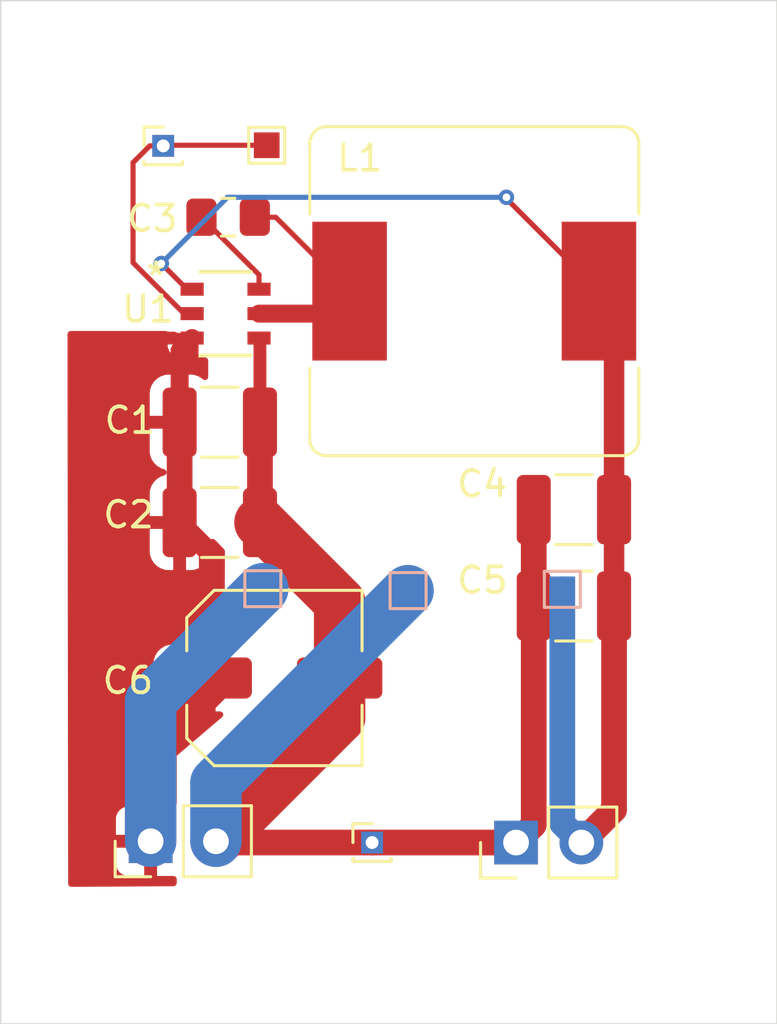
<source format=kicad_pcb>
(kicad_pcb (version 20241229) (generator "pcbnew") (generator_version "9.0")
  (layers (0 "F.Cu" signal) (2 "B.Cu" signal) (13 "F.Paste" user) (15 "B.Paste" user) (5 "F.SilkS" user "F.Silkscreen") (7 "B.SilkS" user "B.Silkscreen") (1 "F.Mask" user) (3 "B.Mask" user) (25 "Edge.Cuts" user))
  (net 0 "")
  (net 1 "VCC")
  (net 2 "GND")
  (net 3 "Net-(U1-SW)")
  (net 4 "Net-(U1-BST)")
  (net 5 "Net-(J2-Pin_2)")
  (net 6 "Net-(J4-Pin_1)")
  (footprint "Capacitor_SMD:C_Elec_6.3x7.7" (layer "F.Cu") (at 170.55 101.55)
    (property "Reference" "C6" (at -5.7 0.1 0) (layer "F.SilkS"))
    (property "Value" "100uf")
    (fp_line (start -3.41 -2.345563) (end -3.41 -1.06) (stroke (width 0.12)) (layer "F.SilkS"))
    (fp_line (start -3.41 -2.345563) (end -2.345563 -3.41) (stroke (width 0.12)) (layer "F.SilkS"))
    (fp_line (start -3.41 2.345563) (end -3.41 1.06) (stroke (width 0.12)) (layer "F.SilkS"))
    (fp_line (start -3.41 2.345563) (end -2.345563 3.41) (stroke (width 0.12)) (layer "F.SilkS"))
    (fp_line (start -2.345563 -3.41) (end 3.41 -3.41) (stroke (width 0.12)) (layer "F.SilkS"))
    (fp_line (start -2.345563 3.41) (end 3.41 3.41) (stroke (width 0.12)) (layer "F.SilkS"))
    (fp_line (start 3.41 -3.41) (end 3.41 -1.06) (stroke (width 0.12)) (layer "F.SilkS"))
    (fp_line (start 3.41 3.41) (end 3.41 1.06) (stroke (width 0.12)) (layer "F.SilkS"))
    (pad "1" smd roundrect (at -2.5375 0) (size 3.325 1.6) (layers "F.Cu" "F.Mask" "F.Paste") (roundrect_rratio 0.15625) (net 1 "VCC"))
    (pad "2" smd roundrect (at 2.5375 0) (size 3.325 1.6) (layers "F.Cu" "F.Mask" "F.Paste") (roundrect_rratio 0.15625) (net 2 "GND"))
  )
  (footprint "Capacitor_SMD:C_1210_3225Metric_Pad1.33x2.70mm_HandSolder" (layer "F.Cu") (at 168.425 95.5)
    (property "Reference" "C2" (at -3.55 -0.3 0) (layer "F.SilkS"))
    (property "Value" "10uf")
    (fp_line (start -0.711252 -1.36) (end 0.711252 -1.36) (stroke (width 0.12)) (layer "F.SilkS"))
    (fp_line (start -0.711252 1.36) (end 0.711252 1.36) (stroke (width 0.12)) (layer "F.SilkS"))
    (pad "1" smd roundrect (at -1.5625 0) (size 1.325 2.7) (layers "F.Cu" "F.Mask" "F.Paste") (roundrect_rratio 0.188679) (net 1 "VCC"))
    (pad "2" smd roundrect (at 1.5625 0) (size 1.325 2.7) (layers "F.Cu" "F.Mask" "F.Paste") (roundrect_rratio 0.188679) (net 2 "GND"))
  )
  (footprint "Inductor_SMD:L_Bourns_SRR1260" (layer "F.Cu") (at 178.325 86.5)
    (property "Reference" "L1" (at -4.45 -5.175 0) (layer "F.SilkS"))
    (property "Value" "4.7uH")
    (fp_line (start -6.4 -5.75) (end -6.4 -3) (stroke (width 0.12)) (layer "F.SilkS"))
    (fp_line (start -6.4 3) (end -6.4 5.75) (stroke (width 0.12)) (layer "F.SilkS"))
    (fp_line (start -5.75 -6.4) (end 5.75 -6.4) (stroke (width 0.12)) (layer "F.SilkS"))
    (fp_line (start 5.75 6.4) (end -5.75 6.4) (stroke (width 0.12)) (layer "F.SilkS"))
    (fp_line (start 6.4 -5.75) (end 6.4 -3) (stroke (width 0.12)) (layer "F.SilkS"))
    (fp_line (start 6.4 3) (end 6.4 5.75) (stroke (width 0.12)) (layer "F.SilkS"))
    (fp_arc (start -6.4 -5.75) (mid -6.209619 -6.209619) (end -5.75 -6.4) (stroke (width 0.12)) (layer "F.SilkS"))
    (fp_arc (start -5.75 6.4) (mid -6.209619 6.209619) (end -6.4 5.75) (stroke (width 0.12)) (layer "F.SilkS"))
    (fp_arc (start 5.75 -6.4) (mid 6.209619 -6.209619) (end 6.4 -5.75) (stroke (width 0.12)) (layer "F.SilkS"))
    (fp_arc (start 6.4 5.75) (mid 6.209619 6.209619) (end 5.75 6.4) (stroke (width 0.12)) (layer "F.SilkS"))
    (pad "1" smd rect (at -4.85 0) (size 2.9 5.4) (layers "F.Cu" "F.Mask" "F.Paste") (net 3 "Net-(U1-SW)"))
    (pad "2" smd rect (at 4.85 0) (size 2.9 5.4) (layers "F.Cu" "F.Mask" "F.Paste") (net 5 "Net-(J2-Pin_2)"))
  )
  (footprint "Capacitor_SMD:C_1210_3225Metric_Pad1.33x2.70mm_HandSolder" (layer "F.Cu") (at 182.2 98.75 180)
    (property "Reference" "C5" (at 3.5625 1 180) (layer "F.SilkS"))
    (property "Value" "22uf")
    (fp_line (start -0.711252 1.36) (end 0.711252 1.36) (stroke (width 0.12)) (layer "F.SilkS"))
    (fp_line (start -0.711252 -1.36) (end 0.711252 -1.36) (stroke (width 0.12)) (layer "F.SilkS"))
    (pad "1" smd roundrect (at -1.5625 0 180) (size 1.325 2.7) (layers "F.Cu" "F.Mask" "F.Paste") (roundrect_rratio 0.188679) (net 5 "Net-(J2-Pin_2)"))
    (pad "2" smd roundrect (at 1.5625 0 180) (size 1.325 2.7) (layers "F.Cu" "F.Mask" "F.Paste") (roundrect_rratio 0.188679) (net 2 "GND"))
  )
  (footprint "TestPoint:TestPoint_Pad_1.0x1.0mm" (layer "F.Cu") (at 170.25 80.825 90)
    (property "Reference" "TP2" (hide yes))
    (property "Value" "EN")
    (fp_line (start 0.7 -0.7) (end 0.7 0.7) (stroke (width 0.12)) (layer "F.SilkS"))
    (fp_line (start -0.7 -0.7) (end 0.7 -0.7) (stroke (width 0.12)) (layer "F.SilkS"))
    (fp_line (start 0.7 0.7) (end -0.7 0.7) (stroke (width 0.12)) (layer "F.SilkS"))
    (fp_line (start -0.7 0.7) (end -0.7 -0.7) (stroke (width 0.12)) (layer "F.SilkS"))
    (pad "1" smd rect (at 0 0 90) (size 1 1) (layers "F.Cu" "F.Mask") (net 6 "Net-(J4-Pin_1)"))
  )
  (footprint "Connector_PinHeader_2.54mm:PinHeader_1x02_P2.54mm_Vertical" (layer "F.Cu") (at 165.735 107.9 90)
    (property "Reference" "J1" (hide yes))
    (property "Value" "VIN")
    (fp_line (start -1.38 -1.38) (end 0 -1.38) (stroke (width 0.12)) (layer "F.SilkS"))
    (fp_line (start -1.38 0) (end -1.38 -1.38) (stroke (width 0.12)) (layer "F.SilkS"))
    (fp_line (start 1.38 1.27) (end 1.38 3.92) (stroke (width 0.12)) (layer "F.SilkS"))
    (fp_line (start -1.38 1.27) (end 1.38 1.27) (stroke (width 0.12)) (layer "F.SilkS"))
    (fp_line (start -1.38 1.27) (end -1.38 3.92) (stroke (width 0.12)) (layer "F.SilkS"))
    (fp_line (start -1.38 3.92) (end 1.38 3.92) (stroke (width 0.12)) (layer "F.SilkS"))
    (pad "1" thru_hole rect (at 0 0 90) (size 1.7 1.7) (drill 1) (layers "*.Cu" "*.Mask") (net 1 "VCC"))
    (pad "2" thru_hole circle (at 0 2.54 90) (size 1.7 1.7) (drill 1) (layers "*.Cu" "*.Mask") (net 2 "GND"))
  )
  (footprint "Capacitor_SMD:C_1210_3225Metric_Pad1.33x2.70mm_HandSolder" (layer "F.Cu") (at 168.425 91.6)
    (property "Reference" "C1" (at -3.5 -0.075 0) (layer "F.SilkS"))
    (property "Value" "10uf")
    (fp_line (start -0.711252 -1.36) (end 0.711252 -1.36) (stroke (width 0.12)) (layer "F.SilkS"))
    (fp_line (start -0.711252 1.36) (end 0.711252 1.36) (stroke (width 0.12)) (layer "F.SilkS"))
    (pad "1" smd roundrect (at -1.5625 0) (size 1.325 2.7) (layers "F.Cu" "F.Mask" "F.Paste") (roundrect_rratio 0.188679) (net 1 "VCC"))
    (pad "2" smd roundrect (at 1.5625 0) (size 1.325 2.7) (layers "F.Cu" "F.Mask" "F.Paste") (roundrect_rratio 0.188679) (net 2 "GND"))
  )
  (footprint "Capacitor_SMD:C_0805_2012Metric_Pad1.18x1.45mm_HandSolder" (layer "F.Cu") (at 168.75 83.625)
    (property "Reference" "C3" (at -2.95 0.05 0) (layer "F.SilkS"))
    (property "Value" "100nf")
    (fp_line (start -0.261252 -0.735) (end 0.261252 -0.735) (stroke (width 0.12)) (layer "F.SilkS"))
    (fp_line (start -0.261252 0.735) (end 0.261252 0.735) (stroke (width 0.12)) (layer "F.SilkS"))
    (pad "1" smd roundrect (at -1.0375 0) (size 1.175 1.45) (layers "F.Cu" "F.Mask" "F.Paste") (roundrect_rratio 0.212766) (net 4 "Net-(U1-BST)"))
    (pad "2" smd roundrect (at 1.0375 0) (size 1.175 1.45) (layers "F.Cu" "F.Mask" "F.Paste") (roundrect_rratio 0.212766) (net 3 "Net-(U1-SW)"))
  )
  (footprint "Connector_PinHeader_1.00mm:PinHeader_1x01_P1.00mm_Vertical" (layer "F.Cu") (at 174.35 107.95)
    (property "Reference" "J7" (hide yes))
    (property "Value" "GND")
    (fp_line (start -0.745 -0.735) (end 0 -0.735) (stroke (width 0.12)) (layer "F.SilkS"))
    (fp_line (start -0.745 0) (end -0.745 -0.735) (stroke (width 0.12)) (layer "F.SilkS"))
    (fp_line (start -0.745 0.735) (end -0.745 0.61) (stroke (width 0.12)) (layer "F.SilkS"))
    (fp_line (start -0.745 0.735) (end -0.685565 0.735) (stroke (width 0.12)) (layer "F.SilkS"))
    (fp_line (start -0.745 0.735) (end 0.745 0.735) (stroke (width 0.12)) (layer "F.SilkS"))
    (fp_line (start 0.685565 0.735) (end 0.745 0.735) (stroke (width 0.12)) (layer "F.SilkS"))
    (fp_line (start 0.745 0.735) (end 0.745 0.61) (stroke (width 0.12)) (layer "F.SilkS"))
    (pad "1" thru_hole rect (at 0 0) (size 0.85 0.85) (drill 0.5) (layers "*.Cu" "*.Mask") (net 2 "GND"))
  )
  (footprint "Connector_PinHeader_1.00mm:PinHeader_1x01_P1.00mm_Vertical" (layer "F.Cu") (at 166.225 80.85)
    (property "Reference" "J4" (hide yes))
    (property "Value" "EN" (hide yes))
    (fp_line (start -0.745 -0.735) (end 0 -0.735) (stroke (width 0.12)) (layer "F.SilkS"))
    (fp_line (start -0.745 0) (end -0.745 -0.735) (stroke (width 0.12)) (layer "F.SilkS"))
    (fp_line (start -0.745 0.735) (end -0.745 0.61) (stroke (width 0.12)) (layer "F.SilkS"))
    (fp_line (start -0.745 0.735) (end -0.685565 0.735) (stroke (width 0.12)) (layer "F.SilkS"))
    (fp_line (start -0.745 0.735) (end 0.745 0.735) (stroke (width 0.12)) (layer "F.SilkS"))
    (fp_line (start 0.685565 0.735) (end 0.745 0.735) (stroke (width 0.12)) (layer "F.SilkS"))
    (fp_line (start 0.745 0.735) (end 0.745 0.61) (stroke (width 0.12)) (layer "F.SilkS"))
    (pad "1" thru_hole rect (at 0 0) (size 0.85 0.85) (drill 0.5) (layers "*.Cu" "*.Mask") (net 6 "Net-(J4-Pin_1)"))
  )
  (footprint "AP63203.footprints:AP63203WU-7_DIO" (layer "F.Cu") (at 168.65 87.375)
    (property "Reference" "U1" (at -3.025 -0.175 0) (layer "F.SilkS"))
    (property "Value" "AP63203WU")
    (fp_line (start -0.9779 1.6256) (end 0.9779 1.6256) (stroke (width 0.1524)) (layer "F.SilkS"))
    (fp_line (start 0.9779 -1.6256) (end -0.9779 -1.6256) (stroke (width 0.1524)) (layer "F.SilkS"))
    (fp_text user "*" (at -2.7 -1.45 0) (layer "F.SilkS"))
    (pad "1" smd rect (at -1.30175 -0.950001) (size 0.9017 0.508) (layers "F.Cu" "F.Mask" "F.Paste") (net 5 "Net-(J2-Pin_2)"))
    (pad "2" smd rect (at -1.30175 0) (size 0.9017 0.508) (layers "F.Cu" "F.Mask" "F.Paste") (net 6 "Net-(J4-Pin_1)"))
    (pad "3" smd rect (at -1.30175 0.950001) (size 0.9017 0.508) (layers "F.Cu" "F.Mask" "F.Paste") (net 1 "VCC"))
    (pad "4" smd rect (at 1.30175 0.950001) (size 0.9017 0.508) (layers "F.Cu" "F.Mask" "F.Paste") (net 2 "GND"))
    (pad "5" smd rect (at 1.30175 0) (size 0.9017 0.508) (layers "F.Cu" "F.Mask" "F.Paste") (net 3 "Net-(U1-SW)"))
    (pad "6" smd rect (at 1.30175 -0.950001) (size 0.9017 0.508) (layers "F.Cu" "F.Mask" "F.Paste") (net 4 "Net-(U1-BST)"))
  )
  (footprint "Capacitor_SMD:C_1210_3225Metric_Pad1.33x2.70mm_HandSolder" (layer "F.Cu") (at 182.2 95 180)
    (property "Reference" "C4" (at 3.5625 1 180) (layer "F.SilkS"))
    (property "Value" "22uf")
    (fp_line (start -0.711252 1.36) (end 0.711252 1.36) (stroke (width 0.12)) (layer "F.SilkS"))
    (fp_line (start -0.711252 -1.36) (end 0.711252 -1.36) (stroke (width 0.12)) (layer "F.SilkS"))
    (pad "1" smd roundrect (at -1.5625 0 180) (size 1.325 2.7) (layers "F.Cu" "F.Mask" "F.Paste") (roundrect_rratio 0.188679) (net 5 "Net-(J2-Pin_2)"))
    (pad "2" smd roundrect (at 1.5625 0 180) (size 1.325 2.7) (layers "F.Cu" "F.Mask" "F.Paste") (roundrect_rratio 0.188679) (net 2 "GND"))
  )
  (footprint "Connector_PinHeader_2.54mm:PinHeader_1x02_P2.54mm_Vertical" (layer "F.Cu") (at 179.95 107.95 90)
    (property "Reference" "J2" (hide yes))
    (property "Value" "VOUT")
    (fp_line (start -1.38 -1.38) (end 0 -1.38) (stroke (width 0.12)) (layer "F.SilkS"))
    (fp_line (start -1.38 0) (end -1.38 -1.38) (stroke (width 0.12)) (layer "F.SilkS"))
    (fp_line (start 1.38 1.27) (end 1.38 3.92) (stroke (width 0.12)) (layer "F.SilkS"))
    (fp_line (start -1.38 1.27) (end 1.38 1.27) (stroke (width 0.12)) (layer "F.SilkS"))
    (fp_line (start -1.38 1.27) (end -1.38 3.92) (stroke (width 0.12)) (layer "F.SilkS"))
    (fp_line (start -1.38 3.92) (end 1.38 3.92) (stroke (width 0.12)) (layer "F.SilkS"))
    (pad "1" thru_hole rect (at 0 0 90) (size 1.7 1.7) (drill 1) (layers "*.Cu" "*.Mask") (net 2 "GND"))
    (pad "2" thru_hole circle (at 0 2.54 90) (size 1.7 1.7) (drill 1) (layers "*.Cu" "*.Mask") (net 5 "Net-(J2-Pin_2)"))
  )
  (footprint "TestPoint:TestPoint_Pad_1.0x1.0mm" (layer "B.Cu") (at 170.1 98.075 180)
    (property "Reference" "TP1" (hide yes))
    (property "Value" "VIN+")
    (fp_line (start 0.7 0.7) (end 0.7 -0.7) (stroke (width 0.12)) (layer "B.SilkS"))
    (fp_line (start 0.7 -0.7) (end -0.7 -0.7) (stroke (width 0.12)) (layer "B.SilkS"))
    (fp_line (start -0.7 0.7) (end 0.7 0.7) (stroke (width 0.12)) (layer "B.SilkS"))
    (fp_line (start -0.7 -0.7) (end -0.7 0.7) (stroke (width 0.12)) (layer "B.SilkS"))
    (pad "1" smd rect (at 0 0 180) (size 1 1) (layers "B.Cu" "B.Mask") (net 1 "VCC"))
  )
  (footprint "TestPoint:TestPoint_Pad_1.0x1.0mm" (layer "B.Cu") (at 175.75 98.15 180)
    (property "Reference" "TP4" (hide yes))
    (property "Value" "GND")
    (fp_line (start 0.7 0.7) (end 0.7 -0.7) (stroke (width 0.12)) (layer "B.SilkS"))
    (fp_line (start 0.7 -0.7) (end -0.7 -0.7) (stroke (width 0.12)) (layer "B.SilkS"))
    (fp_line (start -0.7 0.7) (end 0.7 0.7) (stroke (width 0.12)) (layer "B.SilkS"))
    (fp_line (start -0.7 -0.7) (end -0.7 0.7) (stroke (width 0.12)) (layer "B.SilkS"))
    (pad "1" smd rect (at 0 0 180) (size 1 1) (layers "B.Cu" "B.Mask") (net 2 "GND"))
  )
  (footprint "TestPoint:TestPoint_Pad_1.0x1.0mm" (layer "B.Cu") (at 181.75 98.1 180)
    (property "Reference" "TP3" (hide yes))
    (property "Value" "VOUT+")
    (fp_line (start 0.7 0.7) (end 0.7 -0.7) (stroke (width 0.12)) (layer "B.SilkS"))
    (fp_line (start 0.7 -0.7) (end -0.7 -0.7) (stroke (width 0.12)) (layer "B.SilkS"))
    (fp_line (start -0.7 0.7) (end 0.7 0.7) (stroke (width 0.12)) (layer "B.SilkS"))
    (fp_line (start -0.7 -0.7) (end -0.7 0.7) (stroke (width 0.12)) (layer "B.SilkS"))
    (pad "1" smd rect (at 0 0 180) (size 1 1) (layers "B.Cu" "B.Mask") (net 5 "Net-(J2-Pin_2)"))
  )
  (gr_rect (start 159.9 75.2) (end 190.1 115) (stroke (width 0.05)) (fill no) (layer "Edge.Cuts"))
  (segment (start 168.0125 96.65) (end 166.8625 95.5) (width 0.8) (layer "F.Cu") (net 1))
  (segment (start 166.8625 91.6) (end 166.8625 88.810751) (width 0.7) (layer "F.Cu") (net 1))
  (segment (start 166.8625 91.6) (end 166.8625 95.5) (width 1) (layer "F.Cu") (net 1))
  (segment (start 168.0125 101.55) (end 168.0125 96.65) (width 0.8) (layer "F.Cu") (net 1))
  (segment (start 165.735 107.9) (end 165.735 103.8275) (width 2) (layer "F.Cu") (net 1))
  (segment (start 165.735 103.8275) (end 168.0125 101.55) (width 2) (layer "F.Cu") (net 1))
  (segment (start 166.8625 88.810751) (end 167.34825 88.325001) (width 0.7) (layer "F.Cu") (net 1))
  (segment (start 165.735 107.9) (end 165.735 102.44) (width 2) (layer "B.Cu") (net 1))
  (segment (start 165.735 102.44) (end 170.1 98.075) (width 2) (layer "B.Cu") (net 1))
  (segment (start 173.0875 101.55) (end 173.0875 98.6) (width 2) (layer "F.Cu") (net 2))
  (segment (start 179.95 107.95) (end 174.35 107.95) (width 1) (layer "F.Cu") (net 2))
  (segment (start 180.6375 107.2625) (end 179.95 107.95) (width 1) (layer "F.Cu") (net 2))
  (segment (start 173.0875 98.6) (end 169.9875 95.5) (width 2) (layer "F.Cu") (net 2))
  (segment (start 174.35 107.95) (end 168.325 107.95) (width 1) (layer "F.Cu") (net 2))
  (segment (start 168.325 107.95) (end 168.275 107.9) (width 1) (layer "F.Cu") (net 2))
  (segment (start 173.0875 103.0875) (end 168.275 107.9) (width 2) (layer "F.Cu") (net 2))
  (segment (start 180.6375 98.75) (end 180.6375 95) (width 1) (layer "F.Cu") (net 2))
  (segment (start 169.9875 88.360751) (end 169.95175 88.325001) (width 0.5) (layer "F.Cu") (net 2))
  (segment (start 169.9875 91.6) (end 169.9875 88.360751) (width 0.5) (layer "F.Cu") (net 2))
  (segment (start 173.0875 101.55) (end 173.0875 103.0875) (width 2) (layer "F.Cu") (net 2))
  (segment (start 180.6375 98.75) (end 180.6375 107.2625) (width 1) (layer "F.Cu") (net 2))
  (segment (start 169.9875 95.5) (end 169.9875 91.6) (width 1) (layer "F.Cu") (net 2))
  (segment (start 168.275 105.625) (end 175.75 98.15) (width 2) (layer "B.Cu") (net 2))
  (segment (start 168.275 107.9) (end 168.275 105.625) (width 2) (layer "B.Cu") (net 2))
  (segment (start 173.475 86.5) (end 170.6 83.625) (width 0.2) (layer "F.Cu") (net 3))
  (segment (start 172.6 87.375) (end 173.475 86.5) (width 0.7) (layer "F.Cu") (net 3))
  (segment (start 170.6 83.625) (end 169.7875 83.625) (width 0.2) (layer "F.Cu") (net 3))
  (segment (start 169.95175 87.375) (end 172.6 87.375) (width 0.7) (layer "F.Cu") (net 3))
  (segment (start 167.7125 83.625) (end 169.95175 85.86425) (width 0.2) (layer "F.Cu") (net 4))
  (segment (start 169.95175 85.86425) (end 169.95175 86.424999) (width 0.2) (layer "F.Cu") (net 4))
  (segment (start 183.7625 98.75) (end 183.7625 106.6775) (width 1) (layer "F.Cu") (net 5))
  (segment (start 167.149999 86.424999) (end 166.15 85.425) (width 0.2) (layer "F.Cu") (net 5))
  (segment (start 179.575 82.9) (end 183.175 86.5) (width 0.2) (layer "F.Cu") (net 5))
  (segment (start 167.34825 86.424999) (end 167.149999 86.424999) (width 0.2) (layer "F.Cu") (net 5))
  (segment (start 183.7625 98.75) (end 183.7625 95) (width 0.8) (layer "F.Cu") (net 5))
  (segment (start 182.49 107.95) (end 183.7625 106.6775) (width 1) (layer "F.Cu") (net 5))
  (segment (start 184 98.9875) (end 183.7625 98.75) (width 0.8) (layer "F.Cu") (net 5))
  (segment (start 183.7625 87.0875) (end 183.175 86.5) (width 0.8) (layer "F.Cu") (net 5))
  (segment (start 179.575 82.85) (end 179.575 82.9) (width 0.2) (layer "F.Cu") (net 5))
  (segment (start 183.7625 95) (end 183.7625 87.0875) (width 0.8) (layer "F.Cu") (net 5))
  (via (at 166.15 85.425) (size 0.6) (drill 0.3) (layers "F.Cu" "B.Cu") (net 5))
  (via (at 179.575 82.85) (size 0.6) (drill 0.3) (layers "F.Cu" "B.Cu") (net 5))
  (segment (start 182.49 107.95) (end 181.75 107.21) (width 1) (layer "B.Cu") (net 5))
  (segment (start 168.725 82.85) (end 179.575 82.85) (width 0.2) (layer "B.Cu") (net 5))
  (segment (start 166.15 85.425) (end 168.725 82.85) (width 0.2) (layer "B.Cu") (net 5))
  (segment (start 181.75 107.21) (end 181.75 98.1) (width 1) (layer "B.Cu") (net 5))
  (segment (start 165.7 80.85) (end 166.225 80.85) (width 0.2) (layer "F.Cu") (net 6))
  (segment (start 166.25 80.825) (end 166.225 80.85) (width 0.2) (layer "F.Cu") (net 6))
  (segment (start 170.25 80.825) (end 166.25 80.825) (width 0.2) (layer "F.Cu") (net 6))
  (segment (start 167.34825 87.375) (end 167.0329 87.375) (width 0.2) (layer "F.Cu") (net 6))
  (segment (start 167.0329 87.375) (end 165.05 85.3921) (width 0.2) (layer "F.Cu") (net 6))
  (segment (start 165.05 81.5) (end 165.7 80.85) (width 0.2) (layer "F.Cu") (net 6))
  (segment (start 165.05 85.3921) (end 165.05 81.5) (width 0.2) (layer "F.Cu") (net 6))
  (zone (net 1) (net_name "VCC") (layer "F.Cu") (connect_pads (clearance 0.5)) (min_thickness 0.25) (fill yes (thermal_gap 0.5) (thermal_bridge_width 0.5))
    (polygon (pts (xy 166.75 109.65) (xy 162.525 109.675) (xy 162.499767 88.05) (xy 167.975 88.05) (xy 167.975 95.9) (xy 168.625 96.575) (xy 168.6 103) (xy 166.75 104.575)))
  )
)
</source>
